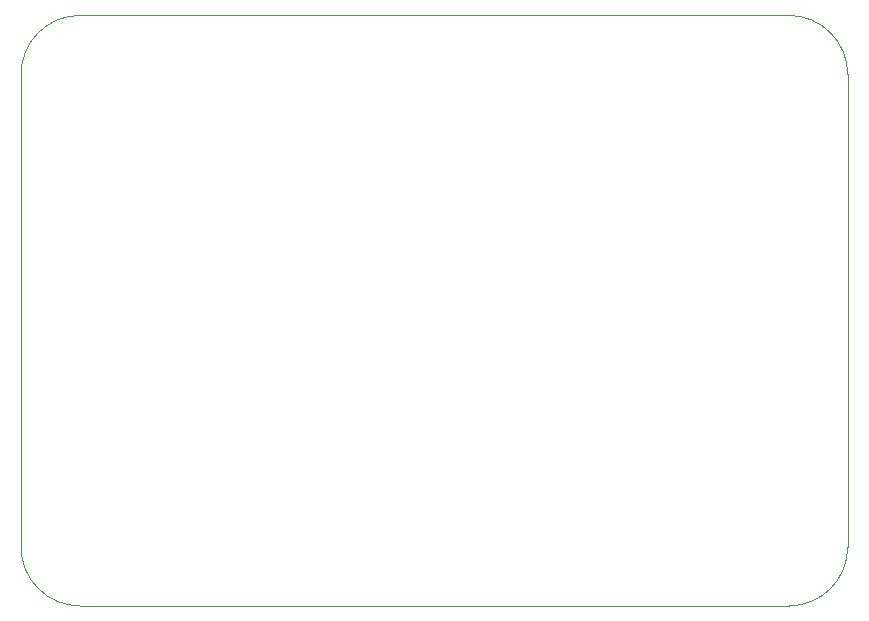
<source format=gbr>
%TF.GenerationSoftware,KiCad,Pcbnew,(5.1.10)-1*%
%TF.CreationDate,2021-09-16T15:44:01+01:00*%
%TF.ProjectId,Eos-Board,456f732d-426f-4617-9264-2e6b69636164,rev?*%
%TF.SameCoordinates,Original*%
%TF.FileFunction,Profile,NP*%
%FSLAX46Y46*%
G04 Gerber Fmt 4.6, Leading zero omitted, Abs format (unit mm)*
G04 Created by KiCad (PCBNEW (5.1.10)-1) date 2021-09-16 15:44:01*
%MOMM*%
%LPD*%
G01*
G04 APERTURE LIST*
%TA.AperFunction,Profile*%
%ADD10C,0.050000*%
%TD*%
G04 APERTURE END LIST*
D10*
X166600000Y-99060000D02*
X166600000Y-59060000D01*
X101600000Y-104060000D02*
X161600000Y-104060000D01*
X96600000Y-59060000D02*
X96600000Y-99060000D01*
X161600000Y-54060000D02*
X101600000Y-54060000D01*
X161600000Y-54060000D02*
G75*
G02*
X166600000Y-59060000I0J-5000000D01*
G01*
X166600000Y-99060000D02*
G75*
G02*
X161600000Y-104060000I-5000000J0D01*
G01*
X101600000Y-104060000D02*
G75*
G02*
X96600000Y-99060000I0J5000000D01*
G01*
X96600000Y-59060000D02*
G75*
G02*
X101600000Y-54060000I5000000J0D01*
G01*
M02*

</source>
